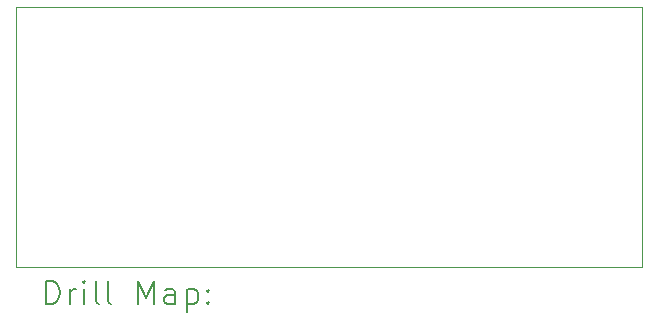
<source format=gbr>
%TF.GenerationSoftware,KiCad,Pcbnew,(6.0.8)*%
%TF.CreationDate,2022-11-19T23:44:14+04:00*%
%TF.ProjectId,MC34063_Buck_Rev2,4d433334-3036-4335-9f42-75636b5f5265,rev?*%
%TF.SameCoordinates,Original*%
%TF.FileFunction,Drillmap*%
%TF.FilePolarity,Positive*%
%FSLAX45Y45*%
G04 Gerber Fmt 4.5, Leading zero omitted, Abs format (unit mm)*
G04 Created by KiCad (PCBNEW (6.0.8)) date 2022-11-19 23:44:14*
%MOMM*%
%LPD*%
G01*
G04 APERTURE LIST*
%ADD10C,0.050000*%
%ADD11C,0.200000*%
G04 APERTURE END LIST*
D10*
X17700000Y-6600000D02*
X12400000Y-6600000D01*
X12400000Y-6600000D02*
X12400000Y-4400000D01*
X17700000Y-4400000D02*
X17700000Y-6600000D01*
X12400000Y-4400000D02*
X17700000Y-4400000D01*
D11*
X12655119Y-6912976D02*
X12655119Y-6712976D01*
X12702738Y-6712976D01*
X12731309Y-6722500D01*
X12750357Y-6741548D01*
X12759881Y-6760595D01*
X12769405Y-6798690D01*
X12769405Y-6827262D01*
X12759881Y-6865357D01*
X12750357Y-6884405D01*
X12731309Y-6903452D01*
X12702738Y-6912976D01*
X12655119Y-6912976D01*
X12855119Y-6912976D02*
X12855119Y-6779643D01*
X12855119Y-6817738D02*
X12864643Y-6798690D01*
X12874167Y-6789167D01*
X12893214Y-6779643D01*
X12912262Y-6779643D01*
X12978928Y-6912976D02*
X12978928Y-6779643D01*
X12978928Y-6712976D02*
X12969405Y-6722500D01*
X12978928Y-6732024D01*
X12988452Y-6722500D01*
X12978928Y-6712976D01*
X12978928Y-6732024D01*
X13102738Y-6912976D02*
X13083690Y-6903452D01*
X13074167Y-6884405D01*
X13074167Y-6712976D01*
X13207500Y-6912976D02*
X13188452Y-6903452D01*
X13178928Y-6884405D01*
X13178928Y-6712976D01*
X13436071Y-6912976D02*
X13436071Y-6712976D01*
X13502738Y-6855833D01*
X13569405Y-6712976D01*
X13569405Y-6912976D01*
X13750357Y-6912976D02*
X13750357Y-6808214D01*
X13740833Y-6789167D01*
X13721786Y-6779643D01*
X13683690Y-6779643D01*
X13664643Y-6789167D01*
X13750357Y-6903452D02*
X13731309Y-6912976D01*
X13683690Y-6912976D01*
X13664643Y-6903452D01*
X13655119Y-6884405D01*
X13655119Y-6865357D01*
X13664643Y-6846309D01*
X13683690Y-6836786D01*
X13731309Y-6836786D01*
X13750357Y-6827262D01*
X13845595Y-6779643D02*
X13845595Y-6979643D01*
X13845595Y-6789167D02*
X13864643Y-6779643D01*
X13902738Y-6779643D01*
X13921786Y-6789167D01*
X13931309Y-6798690D01*
X13940833Y-6817738D01*
X13940833Y-6874881D01*
X13931309Y-6893928D01*
X13921786Y-6903452D01*
X13902738Y-6912976D01*
X13864643Y-6912976D01*
X13845595Y-6903452D01*
X14026548Y-6893928D02*
X14036071Y-6903452D01*
X14026548Y-6912976D01*
X14017024Y-6903452D01*
X14026548Y-6893928D01*
X14026548Y-6912976D01*
X14026548Y-6789167D02*
X14036071Y-6798690D01*
X14026548Y-6808214D01*
X14017024Y-6798690D01*
X14026548Y-6789167D01*
X14026548Y-6808214D01*
M02*

</source>
